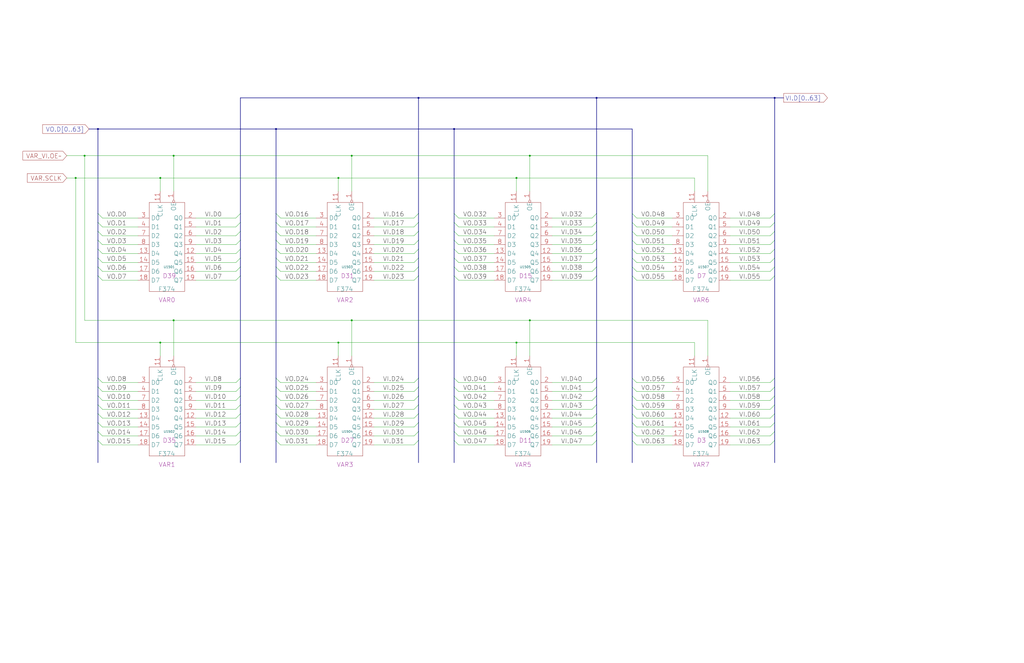
<source format=kicad_sch>
(kicad_sch (version 20250114) (generator "eeschema") (generator_version "9.0")
  (paper "User" 584.2 378.46)
  (title_block (title "VAL ASSEMBLY REGISTER") (date "20-MAR-90") (rev "1.0") (comment 1 "FIU") (comment 2 "232-003065") (comment 3 "S400") (comment 4 "RELEASED"))
  (lib_symbols
    (symbol "r1000:F374" (pin_names (offset 1.016))
      (property "Reference" "U" (at 2.54 5.08 0))
      (property "Value" "F374" (at -3.81 -7.62 0))
      (property "Location" "___" (at -1.27 0 0))
      (property "Name" "______" (at 1.27 -15.24 0))
      (symbol "F374_1_1"
        (rectangle (start -8.89 41.91) (end 11.43 -8.89))
        (circle (center 5.08 42.545) (radius 0.635))
        (pin input line (at -15.24 33.02 0) (length 6.35) (name "D0") (number "3"))
        (pin input line (at -15.24 27.94 0) (length 6.35) (name "D1") (number "4"))
        (pin input line (at -15.24 22.86 0) (length 6.35) (name "D2") (number "7"))
        (pin input line (at -15.24 17.78 0) (length 6.35) (name "D3") (number "8"))
        (pin input line (at -15.24 12.7 0) (length 6.35) (name "D4") (number "13"))
        (pin input line (at -15.24 7.62 0) (length 6.35) (name "D5") (number "14"))
        (pin input line (at -15.24 2.54 0) (length 6.35) (name "D6") (number "17"))
        (pin input line (at -15.24 -2.54 0) (length 6.35) (name "D7") (number "18"))
        (pin input line (at -2.54 48.26 270) (length 6.35) (name "CLK") (number "11"))
        (pin input line (at 5.08 48.26 270) (length 5.08) (name "OE") (number "1"))
        (pin tri_state line (at 17.78 33.02 180) (length 6.35) (name "Q0") (number "2"))
        (pin tri_state line (at 17.78 27.94 180) (length 6.35) (name "Q1") (number "5"))
        (pin tri_state line (at 17.78 22.86 180) (length 6.35) (name "Q2") (number "6"))
        (pin tri_state line (at 17.78 17.78 180) (length 6.35) (name "Q3") (number "9"))
        (pin tri_state line (at 17.78 12.7 180) (length 6.35) (name "Q4") (number "12"))
        (pin tri_state line (at 17.78 7.62 180) (length 6.35) (name "Q5") (number "15"))
        (pin tri_state line (at 17.78 2.54 180) (length 6.35) (name "Q6") (number "16"))
        (pin tri_state line (at 17.78 -2.54 180) (length 6.35) (name "Q7") (number "19"))
      )
    )
  )
  (junction (at 294.64 101.6))
  (junction (at 91.44 101.6))
  (junction (at 99.06 182.88))
  (junction (at 302.26 88.9))
  (junction (at 200.66 88.9))
  (junction (at 441.96 55.88))
  (junction (at 91.44 195.58))
  (junction (at 259.08 73.66))
  (junction (at 238.76 55.88))
  (junction (at 55.88 73.66))
  (junction (at 200.66 182.88))
  (junction (at 157.48 73.66))
  (junction (at 99.06 88.9))
  (junction (at 302.26 182.88))
  (junction (at 193.04 101.6))
  (junction (at 294.64 195.58))
  (junction (at 43.18 101.6))
  (junction (at 340.36 55.88))
  (junction (at 193.04 195.58))
  (junction (at 48.26 88.9))
  (bus_entry (at 360.68 215.9) (size 2.54 2.54))
  (bus_entry (at 238.76 241.3) (size -2.54 2.54))
  (bus_entry (at 259.08 215.9) (size 2.54 2.54))
  (bus_entry (at 360.68 152.4) (size 2.54 2.54))
  (bus_entry (at 55.88 251.46) (size 2.54 2.54))
  (bus_entry (at 340.36 132.08) (size -2.54 2.54))
  (bus_entry (at 157.48 157.48) (size 2.54 2.54))
  (bus_entry (at 55.88 231.14) (size 2.54 2.54))
  (bus_entry (at 340.36 226.06) (size -2.54 2.54))
  (bus_entry (at 259.08 220.98) (size 2.54 2.54))
  (bus_entry (at 157.48 215.9) (size 2.54 2.54))
  (bus_entry (at 340.36 137.16) (size -2.54 2.54))
  (bus_entry (at 441.96 231.14) (size -2.54 2.54))
  (bus_entry (at 441.96 132.08) (size -2.54 2.54))
  (bus_entry (at 137.16 147.32) (size -2.54 2.54))
  (bus_entry (at 259.08 127) (size 2.54 2.54))
  (bus_entry (at 55.88 157.48) (size 2.54 2.54))
  (bus_entry (at 340.36 251.46) (size -2.54 2.54))
  (bus_entry (at 360.68 121.92) (size 2.54 2.54))
  (bus_entry (at 360.68 236.22) (size 2.54 2.54))
  (bus_entry (at 238.76 121.92) (size -2.54 2.54))
  (bus_entry (at 340.36 121.92) (size -2.54 2.54))
  (bus_entry (at 55.88 127) (size 2.54 2.54))
  (bus_entry (at 157.48 246.38) (size 2.54 2.54))
  (bus_entry (at 441.96 121.92) (size -2.54 2.54))
  (bus_entry (at 360.68 241.3) (size 2.54 2.54))
  (bus_entry (at 259.08 231.14) (size 2.54 2.54))
  (bus_entry (at 238.76 152.4) (size -2.54 2.54))
  (bus_entry (at 360.68 132.08) (size 2.54 2.54))
  (bus_entry (at 259.08 132.08) (size 2.54 2.54))
  (bus_entry (at 441.96 226.06) (size -2.54 2.54))
  (bus_entry (at 360.68 226.06) (size 2.54 2.54))
  (bus_entry (at 238.76 137.16) (size -2.54 2.54))
  (bus_entry (at 137.16 231.14) (size -2.54 2.54))
  (bus_entry (at 340.36 142.24) (size -2.54 2.54))
  (bus_entry (at 441.96 152.4) (size -2.54 2.54))
  (bus_entry (at 137.16 251.46) (size -2.54 2.54))
  (bus_entry (at 238.76 251.46) (size -2.54 2.54))
  (bus_entry (at 340.36 215.9) (size -2.54 2.54))
  (bus_entry (at 259.08 226.06) (size 2.54 2.54))
  (bus_entry (at 259.08 152.4) (size 2.54 2.54))
  (bus_entry (at 259.08 246.38) (size 2.54 2.54))
  (bus_entry (at 137.16 152.4) (size -2.54 2.54))
  (bus_entry (at 157.48 226.06) (size 2.54 2.54))
  (bus_entry (at 55.88 226.06) (size 2.54 2.54))
  (bus_entry (at 157.48 127) (size 2.54 2.54))
  (bus_entry (at 340.36 147.32) (size -2.54 2.54))
  (bus_entry (at 157.48 236.22) (size 2.54 2.54))
  (bus_entry (at 137.16 142.24) (size -2.54 2.54))
  (bus_entry (at 441.96 137.16) (size -2.54 2.54))
  (bus_entry (at 157.48 142.24) (size 2.54 2.54))
  (bus_entry (at 259.08 251.46) (size 2.54 2.54))
  (bus_entry (at 238.76 127) (size -2.54 2.54))
  (bus_entry (at 157.48 132.08) (size 2.54 2.54))
  (bus_entry (at 441.96 215.9) (size -2.54 2.54))
  (bus_entry (at 259.08 137.16) (size 2.54 2.54))
  (bus_entry (at 55.88 132.08) (size 2.54 2.54))
  (bus_entry (at 55.88 147.32) (size 2.54 2.54))
  (bus_entry (at 238.76 132.08) (size -2.54 2.54))
  (bus_entry (at 55.88 215.9) (size 2.54 2.54))
  (bus_entry (at 137.16 132.08) (size -2.54 2.54))
  (bus_entry (at 157.48 220.98) (size 2.54 2.54))
  (bus_entry (at 137.16 220.98) (size -2.54 2.54))
  (bus_entry (at 360.68 142.24) (size 2.54 2.54))
  (bus_entry (at 137.16 127) (size -2.54 2.54))
  (bus_entry (at 137.16 157.48) (size -2.54 2.54))
  (bus_entry (at 55.88 241.3) (size 2.54 2.54))
  (bus_entry (at 441.96 147.32) (size -2.54 2.54))
  (bus_entry (at 157.48 147.32) (size 2.54 2.54))
  (bus_entry (at 238.76 147.32) (size -2.54 2.54))
  (bus_entry (at 137.16 226.06) (size -2.54 2.54))
  (bus_entry (at 441.96 241.3) (size -2.54 2.54))
  (bus_entry (at 340.36 127) (size -2.54 2.54))
  (bus_entry (at 157.48 121.92) (size 2.54 2.54))
  (bus_entry (at 360.68 137.16) (size 2.54 2.54))
  (bus_entry (at 55.88 137.16) (size 2.54 2.54))
  (bus_entry (at 360.68 147.32) (size 2.54 2.54))
  (bus_entry (at 441.96 142.24) (size -2.54 2.54))
  (bus_entry (at 137.16 121.92) (size -2.54 2.54))
  (bus_entry (at 238.76 157.48) (size -2.54 2.54))
  (bus_entry (at 259.08 241.3) (size 2.54 2.54))
  (bus_entry (at 441.96 127) (size -2.54 2.54))
  (bus_entry (at 238.76 236.22) (size -2.54 2.54))
  (bus_entry (at 441.96 251.46) (size -2.54 2.54))
  (bus_entry (at 238.76 231.14) (size -2.54 2.54))
  (bus_entry (at 340.36 220.98) (size -2.54 2.54))
  (bus_entry (at 360.68 220.98) (size 2.54 2.54))
  (bus_entry (at 137.16 241.3) (size -2.54 2.54))
  (bus_entry (at 137.16 236.22) (size -2.54 2.54))
  (bus_entry (at 137.16 215.9) (size -2.54 2.54))
  (bus_entry (at 259.08 236.22) (size 2.54 2.54))
  (bus_entry (at 340.36 241.3) (size -2.54 2.54))
  (bus_entry (at 157.48 231.14) (size 2.54 2.54))
  (bus_entry (at 360.68 231.14) (size 2.54 2.54))
  (bus_entry (at 157.48 137.16) (size 2.54 2.54))
  (bus_entry (at 55.88 236.22) (size 2.54 2.54))
  (bus_entry (at 441.96 157.48) (size -2.54 2.54))
  (bus_entry (at 55.88 246.38) (size 2.54 2.54))
  (bus_entry (at 55.88 220.98) (size 2.54 2.54))
  (bus_entry (at 340.36 236.22) (size -2.54 2.54))
  (bus_entry (at 55.88 142.24) (size 2.54 2.54))
  (bus_entry (at 360.68 127) (size 2.54 2.54))
  (bus_entry (at 259.08 121.92) (size 2.54 2.54))
  (bus_entry (at 340.36 157.48) (size -2.54 2.54))
  (bus_entry (at 55.88 152.4) (size 2.54 2.54))
  (bus_entry (at 238.76 246.38) (size -2.54 2.54))
  (bus_entry (at 137.16 137.16) (size -2.54 2.54))
  (bus_entry (at 340.36 152.4) (size -2.54 2.54))
  (bus_entry (at 157.48 152.4) (size 2.54 2.54))
  (bus_entry (at 441.96 246.38) (size -2.54 2.54))
  (bus_entry (at 238.76 142.24) (size -2.54 2.54))
  (bus_entry (at 441.96 220.98) (size -2.54 2.54))
  (bus_entry (at 55.88 121.92) (size 2.54 2.54))
  (bus_entry (at 360.68 251.46) (size 2.54 2.54))
  (bus_entry (at 238.76 220.98) (size -2.54 2.54))
  (bus_entry (at 259.08 142.24) (size 2.54 2.54))
  (bus_entry (at 157.48 251.46) (size 2.54 2.54))
  (bus_entry (at 340.36 246.38) (size -2.54 2.54))
  (bus_entry (at 157.48 241.3) (size 2.54 2.54))
  (bus_entry (at 360.68 157.48) (size 2.54 2.54))
  (bus_entry (at 259.08 157.48) (size 2.54 2.54))
  (bus_entry (at 238.76 215.9) (size -2.54 2.54))
  (bus_entry (at 137.16 246.38) (size -2.54 2.54))
  (bus_entry (at 441.96 236.22) (size -2.54 2.54))
  (bus_entry (at 259.08 147.32) (size 2.54 2.54))
  (bus_entry (at 238.76 226.06) (size -2.54 2.54))
  (bus_entry (at 360.68 246.38) (size 2.54 2.54))
  (bus_entry (at 340.36 231.14) (size -2.54 2.54))
  (bus (pts (xy 340.36 137.16) (xy 340.36 142.24)))
  (bus (pts (xy 259.08 152.4) (xy 259.08 157.48)))
  (bus (pts (xy 238.76 251.46) (xy 238.76 264.16)))
  (wire (pts (xy 363.22 129.54) (xy 383.54 129.54)))
  (bus (pts (xy 157.48 226.06) (xy 157.48 231.14)))
  (wire (pts (xy 416.56 154.94) (xy 439.42 154.94)))
  (wire (pts (xy 160.02 134.62) (xy 180.34 134.62)))
  (bus (pts (xy 340.36 55.88) (xy 340.36 121.92)))
  (bus (pts (xy 137.16 236.22) (xy 137.16 241.3)))
  (bus (pts (xy 360.68 137.16) (xy 360.68 142.24)))
  (bus (pts (xy 259.08 147.32) (xy 259.08 152.4)))
  (bus (pts (xy 157.48 246.38) (xy 157.48 251.46)))
  (bus (pts (xy 360.68 215.9) (xy 360.68 220.98)))
  (bus (pts (xy 340.36 121.92) (xy 340.36 127)))
  (bus (pts (xy 137.16 55.88) (xy 137.16 121.92)))
  (bus (pts (xy 137.16 241.3) (xy 137.16 246.38)))
  (bus (pts (xy 157.48 251.46) (xy 157.48 264.16)))
  (wire (pts (xy 200.66 182.88) (xy 302.26 182.88)))
  (bus (pts (xy 441.96 142.24) (xy 441.96 147.32)))
  (bus (pts (xy 55.88 121.92) (xy 55.88 127)))
  (wire (pts (xy 48.26 182.88) (xy 48.26 88.9)))
  (bus (pts (xy 259.08 220.98) (xy 259.08 226.06)))
  (wire (pts (xy 58.42 254) (xy 78.74 254)))
  (bus (pts (xy 259.08 251.46) (xy 259.08 264.16)))
  (wire (pts (xy 261.62 149.86) (xy 281.94 149.86)))
  (wire (pts (xy 396.24 101.6) (xy 396.24 109.22)))
  (wire (pts (xy 111.76 254) (xy 134.62 254)))
  (bus (pts (xy 55.88 220.98) (xy 55.88 226.06)))
  (wire (pts (xy 58.42 149.86) (xy 78.74 149.86)))
  (wire (pts (xy 416.56 243.84) (xy 439.42 243.84)))
  (bus (pts (xy 340.36 147.32) (xy 340.36 152.4)))
  (wire (pts (xy 213.36 228.6) (xy 236.22 228.6)))
  (bus (pts (xy 238.76 55.88) (xy 238.76 121.92)))
  (bus (pts (xy 360.68 152.4) (xy 360.68 157.48)))
  (wire (pts (xy 261.62 254) (xy 281.94 254)))
  (wire (pts (xy 416.56 233.68) (xy 439.42 233.68)))
  (wire (pts (xy 160.02 149.86) (xy 180.34 149.86)))
  (bus (pts (xy 238.76 142.24) (xy 238.76 147.32)))
  (wire (pts (xy 363.22 223.52) (xy 383.54 223.52)))
  (bus (pts (xy 238.76 132.08) (xy 238.76 137.16)))
  (wire (pts (xy 193.04 195.58) (xy 193.04 203.2)))
  (bus (pts (xy 441.96 231.14) (xy 441.96 236.22)))
  (bus (pts (xy 259.08 157.48) (xy 259.08 215.9)))
  (bus (pts (xy 55.88 73.66) (xy 157.48 73.66)))
  (wire (pts (xy 58.42 144.78) (xy 78.74 144.78)))
  (wire (pts (xy 213.36 254) (xy 236.22 254)))
  (wire (pts (xy 160.02 129.54) (xy 180.34 129.54)))
  (wire (pts (xy 261.62 243.84) (xy 281.94 243.84)))
  (wire (pts (xy 58.42 218.44) (xy 78.74 218.44)))
  (bus (pts (xy 259.08 73.66) (xy 360.68 73.66)))
  (bus (pts (xy 55.88 152.4) (xy 55.88 157.48)))
  (bus (pts (xy 441.96 236.22) (xy 441.96 241.3)))
  (bus (pts (xy 340.36 251.46) (xy 340.36 264.16)))
  (wire (pts (xy 403.86 88.9) (xy 403.86 109.22)))
  (bus (pts (xy 55.88 157.48) (xy 55.88 215.9)))
  (wire (pts (xy 111.76 139.7) (xy 134.62 139.7)))
  (bus (pts (xy 259.08 142.24) (xy 259.08 147.32)))
  (bus (pts (xy 340.36 226.06) (xy 340.36 231.14)))
  (bus (pts (xy 157.48 132.08) (xy 157.48 137.16)))
  (wire (pts (xy 363.22 254) (xy 383.54 254)))
  (wire (pts (xy 160.02 154.94) (xy 180.34 154.94)))
  (bus (pts (xy 441.96 220.98) (xy 441.96 226.06)))
  (wire (pts (xy 160.02 228.6) (xy 180.34 228.6)))
  (wire (pts (xy 363.22 124.46) (xy 383.54 124.46)))
  (bus (pts (xy 238.76 152.4) (xy 238.76 157.48)))
  (wire (pts (xy 261.62 144.78) (xy 281.94 144.78)))
  (bus (pts (xy 238.76 246.38) (xy 238.76 251.46)))
  (wire (pts (xy 302.26 182.88) (xy 403.86 182.88)))
  (bus (pts (xy 360.68 121.92) (xy 360.68 127)))
  (wire (pts (xy 58.42 124.46) (xy 78.74 124.46)))
  (bus (pts (xy 360.68 236.22) (xy 360.68 241.3)))
  (wire (pts (xy 193.04 101.6) (xy 294.64 101.6)))
  (wire (pts (xy 261.62 238.76) (xy 281.94 238.76)))
  (wire (pts (xy 261.62 228.6) (xy 281.94 228.6)))
  (bus (pts (xy 157.48 73.66) (xy 259.08 73.66)))
  (wire (pts (xy 213.36 129.54) (xy 236.22 129.54)))
  (wire (pts (xy 261.62 134.62) (xy 281.94 134.62)))
  (wire (pts (xy 294.64 195.58) (xy 396.24 195.58)))
  (wire (pts (xy 363.22 144.78) (xy 383.54 144.78)))
  (wire (pts (xy 213.36 218.44) (xy 236.22 218.44)))
  (wire (pts (xy 363.22 160.02) (xy 383.54 160.02)))
  (wire (pts (xy 91.44 101.6) (xy 193.04 101.6)))
  (wire (pts (xy 58.42 139.7) (xy 78.74 139.7)))
  (wire (pts (xy 261.62 129.54) (xy 281.94 129.54)))
  (wire (pts (xy 111.76 218.44) (xy 134.62 218.44)))
  (wire (pts (xy 213.36 139.7) (xy 236.22 139.7)))
  (bus (pts (xy 340.36 246.38) (xy 340.36 251.46)))
  (wire (pts (xy 396.24 195.58) (xy 396.24 203.2)))
  (bus (pts (xy 55.88 251.46) (xy 55.88 264.16)))
  (wire (pts (xy 213.36 134.62) (xy 236.22 134.62)))
  (wire (pts (xy 213.36 160.02) (xy 236.22 160.02)))
  (bus (pts (xy 55.88 226.06) (xy 55.88 231.14)))
  (wire (pts (xy 416.56 160.02) (xy 439.42 160.02)))
  (wire (pts (xy 99.06 182.88) (xy 200.66 182.88)))
  (bus (pts (xy 157.48 152.4) (xy 157.48 157.48)))
  (bus (pts (xy 137.16 127) (xy 137.16 132.08)))
  (wire (pts (xy 160.02 139.7) (xy 180.34 139.7)))
  (wire (pts (xy 213.36 124.46) (xy 236.22 124.46)))
  (bus (pts (xy 238.76 231.14) (xy 238.76 236.22)))
  (wire (pts (xy 314.96 139.7) (xy 337.82 139.7)))
  (bus (pts (xy 441.96 157.48) (xy 441.96 215.9)))
  (wire (pts (xy 363.22 228.6) (xy 383.54 228.6)))
  (wire (pts (xy 363.22 238.76) (xy 383.54 238.76)))
  (wire (pts (xy 314.96 134.62) (xy 337.82 134.62)))
  (bus (pts (xy 360.68 220.98) (xy 360.68 226.06)))
  (wire (pts (xy 314.96 243.84) (xy 337.82 243.84)))
  (wire (pts (xy 314.96 238.76) (xy 337.82 238.76)))
  (wire (pts (xy 99.06 88.9) (xy 200.66 88.9)))
  (bus (pts (xy 55.88 231.14) (xy 55.88 236.22)))
  (bus (pts (xy 259.08 241.3) (xy 259.08 246.38)))
  (wire (pts (xy 314.96 254) (xy 337.82 254)))
  (bus (pts (xy 238.76 226.06) (xy 238.76 231.14)))
  (wire (pts (xy 294.64 195.58) (xy 294.64 203.2)))
  (wire (pts (xy 261.62 233.68) (xy 281.94 233.68)))
  (wire (pts (xy 58.42 160.02) (xy 78.74 160.02)))
  (wire (pts (xy 111.76 248.92) (xy 134.62 248.92)))
  (wire (pts (xy 111.76 134.62) (xy 134.62 134.62)))
  (wire (pts (xy 314.96 228.6) (xy 337.82 228.6)))
  (bus (pts (xy 238.76 220.98) (xy 238.76 226.06)))
  (bus (pts (xy 259.08 246.38) (xy 259.08 251.46)))
  (wire (pts (xy 363.22 243.84) (xy 383.54 243.84)))
  (wire (pts (xy 111.76 124.46) (xy 134.62 124.46)))
  (bus (pts (xy 340.36 142.24) (xy 340.36 147.32)))
  (bus (pts (xy 55.88 142.24) (xy 55.88 147.32)))
  (bus (pts (xy 238.76 241.3) (xy 238.76 246.38)))
  (wire (pts (xy 302.26 88.9) (xy 403.86 88.9)))
  (wire (pts (xy 58.42 248.92) (xy 78.74 248.92)))
  (bus (pts (xy 137.16 251.46) (xy 137.16 264.16)))
  (wire (pts (xy 43.18 195.58) (xy 43.18 101.6)))
  (wire (pts (xy 416.56 238.76) (xy 439.42 238.76)))
  (bus (pts (xy 441.96 251.46) (xy 441.96 264.16)))
  (bus (pts (xy 55.88 246.38) (xy 55.88 251.46)))
  (bus (pts (xy 55.88 215.9) (xy 55.88 220.98)))
  (wire (pts (xy 416.56 223.52) (xy 439.42 223.52)))
  (wire (pts (xy 213.36 144.78) (xy 236.22 144.78)))
  (bus (pts (xy 137.16 147.32) (xy 137.16 152.4)))
  (wire (pts (xy 213.36 248.92) (xy 236.22 248.92)))
  (bus (pts (xy 137.16 55.88) (xy 238.76 55.88)))
  (wire (pts (xy 314.96 149.86) (xy 337.82 149.86)))
  (wire (pts (xy 314.96 223.52) (xy 337.82 223.52)))
  (bus (pts (xy 55.88 147.32) (xy 55.88 152.4)))
  (wire (pts (xy 416.56 144.78) (xy 439.42 144.78)))
  (bus (pts (xy 360.68 147.32) (xy 360.68 152.4)))
  (bus (pts (xy 55.88 73.66) (xy 55.88 121.92)))
  (bus (pts (xy 441.96 226.06) (xy 441.96 231.14)))
  (wire (pts (xy 261.62 154.94) (xy 281.94 154.94)))
  (wire (pts (xy 261.62 160.02) (xy 281.94 160.02)))
  (bus (pts (xy 55.88 127) (xy 55.88 132.08)))
  (wire (pts (xy 363.22 139.7) (xy 383.54 139.7)))
  (wire (pts (xy 91.44 101.6) (xy 91.44 109.22)))
  (wire (pts (xy 363.22 154.94) (xy 383.54 154.94)))
  (wire (pts (xy 261.62 223.52) (xy 281.94 223.52)))
  (bus (pts (xy 137.16 157.48) (xy 137.16 215.9)))
  (wire (pts (xy 111.76 144.78) (xy 134.62 144.78)))
  (wire (pts (xy 302.26 88.9) (xy 302.26 109.22)))
  (bus (pts (xy 340.36 241.3) (xy 340.36 246.38)))
  (wire (pts (xy 261.62 124.46) (xy 281.94 124.46)))
  (bus (pts (xy 50.8 73.66) (xy 55.88 73.66)))
  (bus (pts (xy 137.16 121.92) (xy 137.16 127)))
  (bus (pts (xy 137.16 231.14) (xy 137.16 236.22)))
  (wire (pts (xy 363.22 149.86) (xy 383.54 149.86)))
  (wire (pts (xy 314.96 124.46) (xy 337.82 124.46)))
  (wire (pts (xy 111.76 154.94) (xy 134.62 154.94)))
  (wire (pts (xy 416.56 218.44) (xy 439.42 218.44)))
  (wire (pts (xy 363.22 218.44) (xy 383.54 218.44)))
  (wire (pts (xy 91.44 195.58) (xy 43.18 195.58)))
  (bus (pts (xy 441.96 55.88) (xy 447.04 55.88)))
  (wire (pts (xy 58.42 129.54) (xy 78.74 129.54)))
  (wire (pts (xy 99.06 182.88) (xy 99.06 203.2)))
  (wire (pts (xy 213.36 149.86) (xy 236.22 149.86)))
  (wire (pts (xy 58.42 134.62) (xy 78.74 134.62)))
  (wire (pts (xy 99.06 182.88) (xy 48.26 182.88)))
  (wire (pts (xy 111.76 238.76) (xy 134.62 238.76)))
  (wire (pts (xy 314.96 154.94) (xy 337.82 154.94)))
  (wire (pts (xy 294.64 101.6) (xy 294.64 109.22)))
  (bus (pts (xy 137.16 137.16) (xy 137.16 142.24)))
  (bus (pts (xy 259.08 215.9) (xy 259.08 220.98)))
  (bus (pts (xy 340.36 236.22) (xy 340.36 241.3)))
  (bus (pts (xy 340.36 132.08) (xy 340.36 137.16)))
  (bus (pts (xy 157.48 127) (xy 157.48 132.08)))
  (bus (pts (xy 340.36 157.48) (xy 340.36 215.9)))
  (wire (pts (xy 416.56 134.62) (xy 439.42 134.62)))
  (bus (pts (xy 360.68 127) (xy 360.68 132.08)))
  (bus (pts (xy 238.76 236.22) (xy 238.76 241.3)))
  (wire (pts (xy 111.76 243.84) (xy 134.62 243.84)))
  (bus (pts (xy 340.36 220.98) (xy 340.36 226.06)))
  (wire (pts (xy 38.1 101.6) (xy 43.18 101.6)))
  (bus (pts (xy 259.08 236.22) (xy 259.08 241.3)))
  (wire (pts (xy 43.18 101.6) (xy 91.44 101.6)))
  (bus (pts (xy 157.48 137.16) (xy 157.48 142.24)))
  (wire (pts (xy 200.66 182.88) (xy 200.66 203.2)))
  (bus (pts (xy 340.36 231.14) (xy 340.36 236.22)))
  (wire (pts (xy 213.36 233.68) (xy 236.22 233.68)))
  (bus (pts (xy 238.76 157.48) (xy 238.76 215.9)))
  (wire (pts (xy 416.56 248.92) (xy 439.42 248.92)))
  (bus (pts (xy 441.96 137.16) (xy 441.96 142.24)))
  (wire (pts (xy 58.42 154.94) (xy 78.74 154.94)))
  (wire (pts (xy 213.36 238.76) (xy 236.22 238.76)))
  (bus (pts (xy 157.48 73.66) (xy 157.48 121.92)))
  (bus (pts (xy 157.48 241.3) (xy 157.48 246.38)))
  (wire (pts (xy 261.62 139.7) (xy 281.94 139.7)))
  (bus (pts (xy 340.36 127) (xy 340.36 132.08)))
  (bus (pts (xy 259.08 231.14) (xy 259.08 236.22)))
  (wire (pts (xy 160.02 254) (xy 180.34 254)))
  (bus (pts (xy 360.68 157.48) (xy 360.68 215.9)))
  (wire (pts (xy 403.86 182.88) (xy 403.86 203.2)))
  (wire (pts (xy 314.96 129.54) (xy 337.82 129.54)))
  (bus (pts (xy 157.48 215.9) (xy 157.48 220.98)))
  (wire (pts (xy 363.22 248.92) (xy 383.54 248.92)))
  (bus (pts (xy 55.88 137.16) (xy 55.88 142.24)))
  (wire (pts (xy 48.26 88.9) (xy 99.06 88.9)))
  (wire (pts (xy 416.56 124.46) (xy 439.42 124.46)))
  (wire (pts (xy 111.76 223.52) (xy 134.62 223.52)))
  (wire (pts (xy 160.02 223.52) (xy 180.34 223.52)))
  (wire (pts (xy 111.76 149.86) (xy 134.62 149.86)))
  (wire (pts (xy 160.02 144.78) (xy 180.34 144.78)))
  (bus (pts (xy 157.48 231.14) (xy 157.48 236.22)))
  (wire (pts (xy 213.36 243.84) (xy 236.22 243.84)))
  (bus (pts (xy 55.88 241.3) (xy 55.88 246.38)))
  (wire (pts (xy 193.04 101.6) (xy 193.04 109.22)))
  (bus (pts (xy 55.88 132.08) (xy 55.88 137.16)))
  (bus (pts (xy 340.36 55.88) (xy 441.96 55.88)))
  (bus (pts (xy 441.96 127) (xy 441.96 132.08)))
  (bus (pts (xy 137.16 215.9) (xy 137.16 220.98)))
  (bus (pts (xy 238.76 147.32) (xy 238.76 152.4)))
  (wire (pts (xy 111.76 129.54) (xy 134.62 129.54)))
  (wire (pts (xy 160.02 160.02) (xy 180.34 160.02)))
  (wire (pts (xy 314.96 233.68) (xy 337.82 233.68)))
  (bus (pts (xy 360.68 246.38) (xy 360.68 251.46)))
  (wire (pts (xy 314.96 218.44) (xy 337.82 218.44)))
  (wire (pts (xy 416.56 254) (xy 439.42 254)))
  (wire (pts (xy 160.02 218.44) (xy 180.34 218.44)))
  (wire (pts (xy 160.02 124.46) (xy 180.34 124.46)))
  (bus (pts (xy 259.08 137.16) (xy 259.08 142.24)))
  (bus (pts (xy 441.96 147.32) (xy 441.96 152.4)))
  (bus (pts (xy 259.08 132.08) (xy 259.08 137.16)))
  (bus (pts (xy 360.68 132.08) (xy 360.68 137.16)))
  (wire (pts (xy 261.62 248.92) (xy 281.94 248.92)))
  (bus (pts (xy 360.68 231.14) (xy 360.68 236.22)))
  (bus (pts (xy 259.08 121.92) (xy 259.08 127)))
  (wire (pts (xy 111.76 228.6) (xy 134.62 228.6)))
  (wire (pts (xy 213.36 154.94) (xy 236.22 154.94)))
  (wire (pts (xy 213.36 223.52) (xy 236.22 223.52)))
  (wire (pts (xy 294.64 101.6) (xy 396.24 101.6)))
  (bus (pts (xy 441.96 152.4) (xy 441.96 157.48)))
  (wire (pts (xy 200.66 88.9) (xy 302.26 88.9)))
  (bus (pts (xy 137.16 142.24) (xy 137.16 147.32)))
  (bus (pts (xy 137.16 152.4) (xy 137.16 157.48)))
  (bus (pts (xy 441.96 132.08) (xy 441.96 137.16)))
  (bus (pts (xy 157.48 142.24) (xy 157.48 147.32)))
  (wire (pts (xy 416.56 149.86) (xy 439.42 149.86)))
  (wire (pts (xy 38.1 88.9) (xy 48.26 88.9)))
  (bus (pts (xy 55.88 236.22) (xy 55.88 241.3)))
  (wire (pts (xy 58.42 238.76) (xy 78.74 238.76)))
  (bus (pts (xy 137.16 246.38) (xy 137.16 251.46)))
  (bus (pts (xy 360.68 241.3) (xy 360.68 246.38)))
  (wire (pts (xy 302.26 182.88) (xy 302.26 203.2)))
  (bus (pts (xy 441.96 241.3) (xy 441.96 246.38)))
  (wire (pts (xy 363.22 233.68) (xy 383.54 233.68)))
  (bus (pts (xy 360.68 73.66) (xy 360.68 121.92)))
  (bus (pts (xy 157.48 220.98) (xy 157.48 226.06)))
  (wire (pts (xy 99.06 88.9) (xy 99.06 109.22)))
  (wire (pts (xy 261.62 218.44) (xy 281.94 218.44)))
  (wire (pts (xy 363.22 134.62) (xy 383.54 134.62)))
  (bus (pts (xy 340.36 152.4) (xy 340.36 157.48)))
  (wire (pts (xy 160.02 238.76) (xy 180.34 238.76)))
  (bus (pts (xy 360.68 142.24) (xy 360.68 147.32)))
  (bus (pts (xy 259.08 226.06) (xy 259.08 231.14)))
  (wire (pts (xy 111.76 233.68) (xy 134.62 233.68)))
  (bus (pts (xy 259.08 127) (xy 259.08 132.08)))
  (bus (pts (xy 157.48 121.92) (xy 157.48 127)))
  (wire (pts (xy 160.02 248.92) (xy 180.34 248.92)))
  (bus (pts (xy 157.48 236.22) (xy 157.48 241.3)))
  (wire (pts (xy 314.96 144.78) (xy 337.82 144.78)))
  (bus (pts (xy 238.76 55.88) (xy 340.36 55.88)))
  (bus (pts (xy 137.16 132.08) (xy 137.16 137.16)))
  (bus (pts (xy 238.76 215.9) (xy 238.76 220.98)))
  (bus (pts (xy 157.48 147.32) (xy 157.48 152.4)))
  (wire (pts (xy 91.44 195.58) (xy 91.44 203.2)))
  (bus (pts (xy 238.76 137.16) (xy 238.76 142.24)))
  (bus (pts (xy 340.36 215.9) (xy 340.36 220.98)))
  (bus (pts (xy 238.76 121.92) (xy 238.76 127)))
  (wire (pts (xy 314.96 160.02) (xy 337.82 160.02)))
  (wire (pts (xy 200.66 88.9) (xy 200.66 109.22)))
  (wire (pts (xy 193.04 195.58) (xy 294.64 195.58)))
  (bus (pts (xy 441.96 215.9) (xy 441.96 220.98)))
  (bus (pts (xy 441.96 121.92) (xy 441.96 127)))
  (wire (pts (xy 160.02 233.68) (xy 180.34 233.68)))
  (wire (pts (xy 314.96 248.92) (xy 337.82 248.92)))
  (bus (pts (xy 441.96 246.38) (xy 441.96 251.46)))
  (bus (pts (xy 238.76 127) (xy 238.76 132.08)))
  (wire (pts (xy 91.44 195.58) (xy 193.04 195.58)))
  (bus (pts (xy 259.08 73.66) (xy 259.08 121.92)))
  (wire (pts (xy 58.42 243.84) (xy 78.74 243.84)))
  (bus (pts (xy 360.68 251.46) (xy 360.68 264.16)))
  (bus (pts (xy 360.68 226.06) (xy 360.68 231.14)))
  (wire (pts (xy 160.02 243.84) (xy 180.34 243.84)))
  (bus (pts (xy 441.96 55.88) (xy 441.96 121.92)))
  (wire (pts (xy 111.76 160.02) (xy 134.62 160.02)))
  (wire (pts (xy 58.42 228.6) (xy 78.74 228.6)))
  (bus (pts (xy 157.48 157.48) (xy 157.48 215.9)))
  (wire (pts (xy 58.42 233.68) (xy 78.74 233.68)))
  (bus (pts (xy 137.16 220.98) (xy 137.16 226.06)))
  (wire (pts (xy 416.56 228.6) (xy 439.42 228.6)))
  (bus (pts (xy 137.16 226.06) (xy 137.16 231.14)))
  (wire (pts (xy 416.56 129.54) (xy 439.42 129.54)))
  (wire (pts (xy 416.56 139.7) (xy 439.42 139.7)))
  (wire (pts (xy 58.42 223.52) (xy 78.74 223.52)))
  (label "VI.D4" (at 116.84 144.78 0) (effects (font (size 2.54 2.54))))
  (label "VO.D3" (at 60.96 139.7 0) (effects (font (size 2.54 2.54))))
  (label "VI.D34" (at 320.04 134.62 0) (effects (font (size 2.54 2.54))))
  (label "VO.D41" (at 264.16 223.52 0) (effects (font (size 2.54 2.54))))
  (label "VO.D45" (at 264.16 243.84 0) (effects (font (size 2.54 2.54))))
  (label "VO.D5" (at 60.96 149.86 0) (effects (font (size 2.54 2.54))))
  (label "VO.D31" (at 162.56 254 0) (effects (font (size 2.54 2.54))))
  (label "VO.D20" (at 162.56 144.78 0) (effects (font (size 2.54 2.54))))
  (label "VO.D16" (at 162.56 124.46 0) (effects (font (size 2.54 2.54))))
  (label "VO.D12" (at 60.96 238.76 0) (effects (font (size 2.54 2.54))))
  (label "VI.D63" (at 421.64 254 0) (effects (font (size 2.54 2.54))))
  (label "VO.D29" (at 162.56 243.84 0) (effects (font (size 2.54 2.54))))
  (label "VO.D60" (at 365.76 238.76 0) (effects (font (size 2.54 2.54))))
  (label "VI.D61" (at 421.64 243.84 0) (effects (font (size 2.54 2.54))))
  (label "VI.D52" (at 421.64 144.78 0) (effects (font (size 2.54 2.54))))
  (label "VI.D40" (at 320.04 218.44 0) (effects (font (size 2.54 2.54))))
  (label "VI.D46" (at 320.04 248.92 0) (effects (font (size 2.54 2.54))))
  (label "VO.D4" (at 60.96 144.78 0) (effects (font (size 2.54 2.54))))
  (label "VO.D53" (at 365.76 149.86 0) (effects (font (size 2.54 2.54))))
  (label "VO.D48" (at 365.76 124.46 0) (effects (font (size 2.54 2.54))))
  (label "VI.D1" (at 116.84 129.54 0) (effects (font (size 2.54 2.54))))
  (label "VI.D21" (at 218.44 149.86 0) (effects (font (size 2.54 2.54))))
  (label "VO.D36" (at 264.16 144.78 0) (effects (font (size 2.54 2.54))))
  (label "VO.D54" (at 365.76 154.94 0) (effects (font (size 2.54 2.54))))
  (label "VO.D24" (at 162.56 218.44 0) (effects (font (size 2.54 2.54))))
  (label "VO.D47" (at 264.16 254 0) (effects (font (size 2.54 2.54))))
  (label "VO.D10" (at 60.96 228.6 0) (effects (font (size 2.54 2.54))))
  (label "VO.D32" (at 264.16 124.46 0) (effects (font (size 2.54 2.54))))
  (label "VO.D40" (at 264.16 218.44 0) (effects (font (size 2.54 2.54))))
  (label "VI.D8" (at 116.84 218.44 0) (effects (font (size 2.54 2.54))))
  (label "VI.D19" (at 218.44 139.7 0) (effects (font (size 2.54 2.54))))
  (label "VI.D16" (at 218.44 124.46 0) (effects (font (size 2.54 2.54))))
  (label "VO.D37" (at 264.16 149.86 0) (effects (font (size 2.54 2.54))))
  (label "VI.D0" (at 116.84 124.46 0) (effects (font (size 2.54 2.54))))
  (label "VO.D15" (at 60.96 254 0) (effects (font (size 2.54 2.54))))
  (label "VI.D55" (at 421.64 160.02 0) (effects (font (size 2.54 2.54))))
  (label "VO.D9" (at 60.96 223.52 0) (effects (font (size 2.54 2.54))))
  (label "VI.D14" (at 116.84 248.92 0) (effects (font (size 2.54 2.54))))
  (label "VI.D7" (at 116.84 160.02 0) (effects (font (size 2.54 2.54))))
  (label "VI.D59" (at 421.64 233.68 0) (effects (font (size 2.54 2.54))))
  (label "VI.D39" (at 320.04 160.02 0) (effects (font (size 2.54 2.54))))
  (label "VI.D38" (at 320.04 154.94 0) (effects (font (size 2.54 2.54))))
  (label "VO.D19" (at 162.56 139.7 0) (effects (font (size 2.54 2.54))))
  (label "VI.D22" (at 218.44 154.94 0) (effects (font (size 2.54 2.54))))
  (label "VI.D2" (at 116.84 134.62 0) (effects (font (size 2.54 2.54))))
  (label "VO.D58" (at 365.76 228.6 0) (effects (font (size 2.54 2.54))))
  (label "VI.D53" (at 421.64 149.86 0) (effects (font (size 2.54 2.54))))
  (label "VO.D8" (at 60.96 218.44 0) (effects (font (size 2.54 2.54))))
  (label "VO.D30" (at 162.56 248.92 0) (effects (font (size 2.54 2.54))))
  (label "VO.D51" (at 365.76 139.7 0) (effects (font (size 2.54 2.54))))
  (label "VI.D60" (at 421.64 238.76 0) (effects (font (size 2.54 2.54))))
  (label "VO.D11" (at 60.96 233.68 0) (effects (font (size 2.54 2.54))))
  (label "VI.D48" (at 421.64 124.46 0) (effects (font (size 2.54 2.54))))
  (label "VO.D46" (at 264.16 248.92 0) (effects (font (size 2.54 2.54))))
  (label "VO.D62" (at 365.76 248.92 0) (effects (font (size 2.54 2.54))))
  (label "VO.D61" (at 365.76 243.84 0) (effects (font (size 2.54 2.54))))
  (label "VO.D34" (at 264.16 134.62 0) (effects (font (size 2.54 2.54))))
  (label "VO.D49" (at 365.76 129.54 0) (effects (font (size 2.54 2.54))))
  (label "VI.D28" (at 218.44 238.76 0) (effects (font (size 2.54 2.54))))
  (label "VI.D36" (at 320.04 144.78 0) (effects (font (size 2.54 2.54))))
  (label "VO.D33" (at 264.16 129.54 0) (effects (font (size 2.54 2.54))))
  (label "VI.D47" (at 320.04 254 0) (effects (font (size 2.54 2.54))))
  (label "VO.D22" (at 162.56 154.94 0) (effects (font (size 2.54 2.54))))
  (label "VO.D6" (at 60.96 154.94 0) (effects (font (size 2.54 2.54))))
  (label "VO.D1" (at 60.96 129.54 0) (effects (font (size 2.54 2.54))))
  (label "VO.D52" (at 365.76 144.78 0) (effects (font (size 2.54 2.54))))
  (label "VI.D3" (at 116.84 139.7 0) (effects (font (size 2.54 2.54))))
  (label "VO.D59" (at 365.76 233.68 0) (effects (font (size 2.54 2.54))))
  (label "VI.D31" (at 218.44 254 0) (effects (font (size 2.54 2.54))))
  (label "VI.D17" (at 218.44 129.54 0) (effects (font (size 2.54 2.54))))
  (label "VI.D5" (at 116.84 149.86 0) (effects (font (size 2.54 2.54))))
  (label "VO.D21" (at 162.56 149.86 0) (effects (font (size 2.54 2.54))))
  (label "VI.D25" (at 218.44 223.52 0) (effects (font (size 2.54 2.54))))
  (label "VO.D0" (at 60.96 124.46 0) (effects (font (size 2.54 2.54))))
  (label "VI.D35" (at 320.04 139.7 0) (effects (font (size 2.54 2.54))))
  (label "VI.D37" (at 320.04 149.86 0) (effects (font (size 2.54 2.54))))
  (label "VO.D57" (at 365.76 223.52 0) (effects (font (size 2.54 2.54))))
  (label "VI.D12" (at 116.84 238.76 0) (effects (font (size 2.54 2.54))))
  (label "VI.D24" (at 218.44 218.44 0) (effects (font (size 2.54 2.54))))
  (label "VO.D26" (at 162.56 228.6 0) (effects (font (size 2.54 2.54))))
  (label "VI.D10" (at 116.84 228.6 0) (effects (font (size 2.54 2.54))))
  (label "VI.D58" (at 421.64 228.6 0) (effects (font (size 2.54 2.54))))
  (label "VI.D62" (at 421.64 248.92 0) (effects (font (size 2.54 2.54))))
  (label "VO.D7" (at 60.96 160.02 0) (effects (font (size 2.54 2.54))))
  (label "VO.D38" (at 264.16 154.94 0) (effects (font (size 2.54 2.54))))
  (label "VO.D14" (at 60.96 248.92 0) (effects (font (size 2.54 2.54))))
  (label "VO.D13" (at 60.96 243.84 0) (effects (font (size 2.54 2.54))))
  (label "VI.D57" (at 421.64 223.52 0) (effects (font (size 2.54 2.54))))
  (label "VO.D35" (at 264.16 139.7 0) (effects (font (size 2.54 2.54))))
  (label "VI.D11" (at 116.84 233.68 0) (effects (font (size 2.54 2.54))))
  (label "VI.D49" (at 421.64 129.54 0) (effects (font (size 2.54 2.54))))
  (label "VI.D33" (at 320.04 129.54 0) (effects (font (size 2.54 2.54))))
  (label "VI.D26" (at 218.44 228.6 0) (effects (font (size 2.54 2.54))))
  (label "VO.D18" (at 162.56 134.62 0) (effects (font (size 2.54 2.54))))
  (label "VI.D56" (at 421.64 218.44 0) (effects (font (size 2.54 2.54))))
  (label "VI.D45" (at 320.04 243.84 0) (effects (font (size 2.54 2.54))))
  (label "VO.D44" (at 264.16 238.76 0) (effects (font (size 2.54 2.54))))
  (label "VI.D23" (at 218.44 160.02 0) (effects (font (size 2.54 2.54))))
  (label "VI.D32" (at 320.04 124.46 0) (effects (font (size 2.54 2.54))))
  (label "VO.D50" (at 365.76 134.62 0) (effects (font (size 2.54 2.54))))
  (label "VI.D30" (at 218.44 248.92 0) (effects (font (size 2.54 2.54))))
  (label "VO.D56" (at 365.76 218.44 0) (effects (font (size 2.54 2.54))))
  (label "VI.D13" (at 116.84 243.84 0) (effects (font (size 2.54 2.54))))
  (label "VI.D6" (at 116.84 154.94 0) (effects (font (size 2.54 2.54))))
  (label "VO.D43" (at 264.16 233.68 0) (effects (font (size 2.54 2.54))))
  (label "VI.D27" (at 218.44 233.68 0) (effects (font (size 2.54 2.54))))
  (label "VI.D42" (at 320.04 228.6 0) (effects (font (size 2.54 2.54))))
  (label "VO.D63" (at 365.76 254 0) (effects (font (size 2.54 2.54))))
  (label "VI.D20" (at 218.44 144.78 0) (effects (font (size 2.54 2.54))))
  (label "VO.D27" (at 162.56 233.68 0) (effects (font (size 2.54 2.54))))
  (label "VI.D15" (at 116.84 254 0) (effects (font (size 2.54 2.54))))
  (label "VO.D25" (at 162.56 223.52 0) (effects (font (size 2.54 2.54))))
  (label "VI.D18" (at 218.44 134.62 0) (effects (font (size 2.54 2.54))))
  (label "VI.D29" (at 218.44 243.84 0) (effects (font (size 2.54 2.54))))
  (label "VI.D54" (at 421.64 154.94 0) (effects (font (size 2.54 2.54))))
  (label "VI.D44" (at 320.04 238.76 0) (effects (font (size 2.54 2.54))))
  (label "VI.D9" (at 116.84 223.52 0) (effects (font (size 2.54 2.54))))
  (label "VO.D23" (at 162.56 160.02 0) (effects (font (size 2.54 2.54))))
  (label "VO.D55" (at 365.76 160.02 0) (effects (font (size 2.54 2.54))))
  (label "VO.D39" (at 264.16 160.02 0) (effects (font (size 2.54 2.54))))
  (label "VO.D2" (at 60.96 134.62 0) (effects (font (size 2.54 2.54))))
  (label "VO.D42" (at 264.16 228.6 0) (effects (font (size 2.54 2.54))))
  (label "VI.D43" (at 320.04 233.68 0) (effects (font (size 2.54 2.54))))
  (label "VO.D28" (at 162.56 238.76 0) (effects (font (size 2.54 2.54))))
  (label "VI.D50" (at 421.64 134.62 0) (effects (font (size 2.54 2.54))))
  (label "VI.D51" (at 421.64 139.7 0) (effects (font (size 2.54 2.54))))
  (label "VO.D17" (at 162.56 129.54 0) (effects (font (size 2.54 2.54))))
  (label "VI.D41" (at 320.04 223.52 0) (effects (font (size 2.54 2.54))))
  (global_label "VAR_VI.OE~" (shape input) (at 38.1 88.9 180) (effects (font (size 2.54 2.54))) (property "Intersheetrefs" "${INTERSHEET_REFS}" (at 13.2655 88.7413 0) (effects (font (size 1.905 1.905)) (justify right))))
  (global_label "VI.D[0..63]" (shape output) (at 447.04 55.88 0) (effects (font (size 2.54 2.54))) (property "Intersheetrefs" "${INTERSHEET_REFS}" (at 471.8745 55.7213 0) (effects (font (size 1.905 1.905)) (justify left))))
  (global_label "VO.D[0..63]" (shape input) (at 50.8 73.66 180) (effects (font (size 2.54 2.54))) (property "Intersheetrefs" "${INTERSHEET_REFS}" (at 24.514 73.5013 0) (effects (font (size 1.905 1.905)) (justify right))))
  (global_label "VAR.SCLK" (shape input) (at 38.1 101.6 180) (effects (font (size 2.54 2.54))) (property "Intersheetrefs" "${INTERSHEET_REFS}" (at 15.615 101.4413 0) (effects (font (size 1.905 1.905)) (justify right))))
  (symbol (lib_id "r1000:F374") (at 398.78 157.48 0) (unit 1)
    (property "Reference" "U1507" (at 401.32 152.4 0))
    (property "Value" "F374" (at 394.97 165.1 0) (effects (font (size 2.54 2.54)) (justify left)))
    (property "Location" "D7" (at 397.51 157.48 0) (effects (font (size 2.54 2.54)) (justify left)))
    (property "Name" "VAR6" (at 400.05 172.72 0) (effects (font (size 2.54 2.54)) (justify bottom)))
  )
  (symbol (lib_id "r1000:F374") (at 93.98 157.48 0) (unit 1)
    (property "Reference" "U1501" (at 96.52 152.4 0))
    (property "Value" "F374" (at 90.17 165.1 0) (effects (font (size 2.54 2.54)) (justify left)))
    (property "Location" "D39" (at 92.71 157.48 0) (effects (font (size 2.54 2.54)) (justify left)))
    (property "Name" "VAR0" (at 95.25 172.72 0) (effects (font (size 2.54 2.54)) (justify bottom)))
  )
  (symbol (lib_id "r1000:F374") (at 195.58 157.48 0) (unit 1)
    (property "Reference" "U1503" (at 198.12 152.4 0))
    (property "Value" "F374" (at 191.77 165.1 0) (effects (font (size 2.54 2.54)) (justify left)))
    (property "Location" "D31" (at 194.31 157.48 0) (effects (font (size 2.54 2.54)) (justify left)))
    (property "Name" "VAR2" (at 196.85 172.72 0) (effects (font (size 2.54 2.54)) (justify bottom)))
  )
  (symbol (lib_id "r1000:F374") (at 93.98 251.46 0) (unit 1)
    (property "Reference" "U1502" (at 96.52 246.38 0))
    (property "Value" "F374" (at 90.17 259.08 0) (effects (font (size 2.54 2.54)) (justify left)))
    (property "Location" "D35" (at 92.71 251.46 0) (effects (font (size 2.54 2.54)) (justify left)))
    (property "Name" "VAR1" (at 95.25 266.7 0) (effects (font (size 2.54 2.54)) (justify bottom)))
  )
  (symbol (lib_id "r1000:F374") (at 297.18 157.48 0) (unit 1)
    (property "Reference" "U1505" (at 299.72 152.4 0))
    (property "Value" "F374" (at 293.37 165.1 0) (effects (font (size 2.54 2.54)) (justify left)))
    (property "Location" "D15" (at 295.91 157.48 0) (effects (font (size 2.54 2.54)) (justify left)))
    (property "Name" "VAR4" (at 298.45 172.72 0) (effects (font (size 2.54 2.54)) (justify bottom)))
  )
  (symbol (lib_id "r1000:F374") (at 398.78 251.46 0) (unit 1)
    (property "Reference" "U1508" (at 401.32 246.38 0))
    (property "Value" "F374" (at 394.97 259.08 0) (effects (font (size 2.54 2.54)) (justify left)))
    (property "Location" "D3" (at 397.51 251.46 0) (effects (font (size 2.54 2.54)) (justify left)))
    (property "Name" "VAR7" (at 400.05 266.7 0) (effects (font (size 2.54 2.54)) (justify bottom)))
  )
  (symbol (lib_id "r1000:F374") (at 195.58 251.46 0) (unit 1)
    (property "Reference" "U1504" (at 198.12 246.38 0))
    (property "Value" "F374" (at 191.77 259.08 0) (effects (font (size 2.54 2.54)) (justify left)))
    (property "Location" "D27" (at 194.31 251.46 0) (effects (font (size 2.54 2.54)) (justify left)))
    (property "Name" "VAR3" (at 196.85 266.7 0) (effects (font (size 2.54 2.54)) (justify bottom)))
  )
  (symbol (lib_id "r1000:F374") (at 297.18 251.46 0) (unit 1)
    (property "Reference" "U1506" (at 299.72 246.38 0))
    (property "Value" "F374" (at 293.37 259.08 0) (effects (font (size 2.54 2.54)) (justify left)))
    (property "Location" "D11" (at 295.91 251.46 0) (effects (font (size 2.54 2.54)) (justify left)))
    (property "Name" "VAR5" (at 298.45 266.7 0) (effects (font (size 2.54 2.54)) (justify bottom)))
  )
)
</source>
